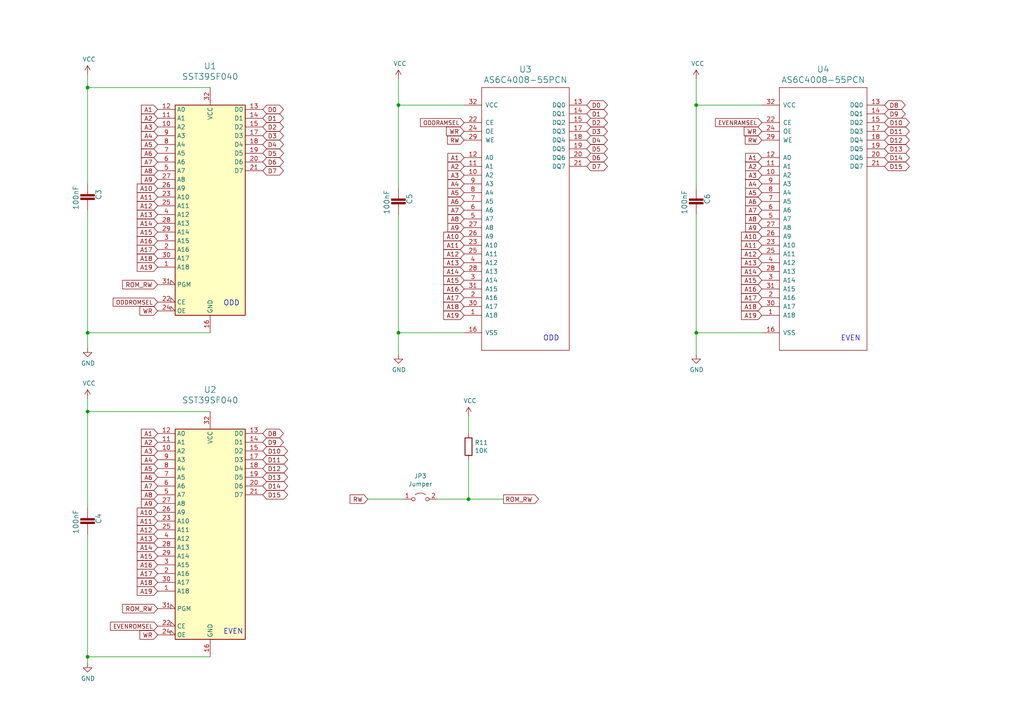
<source format=kicad_sch>
(kicad_sch (version 20230121) (generator eeschema)
  (paper "A4")
  (title_block (title "ROSCO_M68K CLASSIC MC68020 EDITION") (date "2023-12-10") (rev "1.0") (company "The Really Old-School Company Limited") (comment 1 "OSHWA UK000006 (https://certification.oshwa.org/uk000006.html)") (comment 2 "See https://github.com/roscopeco/rosco_m68k/blob/master/LICENCE.hardware.txt") (comment 3 "Open Source Hardware licenced under CERN Open Hardware Licence") (comment 4 "Copyright 2019-2023 Ross Bamford and Contributors"))
  (lib_symbols
    (symbol "Device:R" (pin_numbers hide) (pin_names (offset 0))
      (property "Reference" "R" (at 2.032 0 90))
      (property "Value" "R" (at 0 0 90))
      (symbol "R_0_1"
        (rectangle (start -1.016 -2.54) (end 1.016 2.54) (stroke (width 0.254)))
      )
      (symbol "R_1_1"
        (pin passive line (at 0 3.81 270) (length 1.27) (name "~") (number "1"))
        (pin passive line (at 0 -3.81 90) (length 1.27) (name "~") (number "2"))
      )
    )
    (symbol "Jumper:Jumper_2_Open" (pin_names (offset 0) hide)
      (property "Reference" "JP" (at 0 2.794 0))
      (property "Value" "Jumper_2_Open" (at 0 -2.286 0))
      (symbol "Jumper_2_Open_0_0"
        (circle (center -2.032 0) (radius 0.508))
        (circle (center 2.032 0) (radius 0.508))
      )
      (symbol "Jumper_2_Open_0_1"
        (arc (start 1.524 1.27) (mid 0 1.778) (end -1.524 1.27))
      )
      (symbol "Jumper_2_Open_1_1"
        (pin passive line (at -5.08 0 0) (length 2.54) (name "A") (number "1"))
        (pin passive line (at 5.08 0 180) (length 2.54) (name "B") (number "2"))
      )
    )
    (symbol "Memory_Flash:SST39SF040"
      (property "Reference" "U" (at 2.54 33.02 0))
      (property "Value" "SST39SF040" (at 0 -30.48 0))
      (symbol "SST39SF040_0_0"
        (pin power_in line (at 0 -34.29 90) (length 5.08) (name "GND") (number "16"))
        (pin power_in line (at 0 36.83 270) (length 5.08) (name "VCC") (number "32"))
      )
      (symbol "SST39SF040_0_1"
        (rectangle (start -10.16 31.75) (end 10.16 -29.21) (stroke (width 0.254)) (fill (type background)))
      )
      (symbol "SST39SF040_1_1"
        (pin input line (at -15.24 -15.24 0) (length 5.08) (name "A18") (number "1"))
        (pin input line (at -15.24 25.4 0) (length 5.08) (name "A2") (number "10"))
        (pin input line (at -15.24 27.94 0) (length 5.08) (name "A1") (number "11"))
        (pin input line (at -15.24 30.48 0) (length 5.08) (name "A0") (number "12"))
        (pin tri_state line (at 15.24 30.48 180) (length 5.08) (name "D0") (number "13"))
        (pin tri_state line (at 15.24 27.94 180) (length 5.08) (name "D1") (number "14"))
        (pin tri_state line (at 15.24 25.4 180) (length 5.08) (name "D2") (number "15"))
        (pin tri_state line (at 15.24 22.86 180) (length 5.08) (name "D3") (number "17"))
        (pin tri_state line (at 15.24 20.32 180) (length 5.08) (name "D4") (number "18"))
        (pin tri_state line (at 15.24 17.78 180) (length 5.08) (name "D5") (number "19"))
        (pin input line (at -15.24 -10.16 0) (length 5.08) (name "A16") (number "2"))
        (pin tri_state line (at 15.24 15.24 180) (length 5.08) (name "D6") (number "20"))
        (pin tri_state line (at 15.24 12.7 180) (length 5.08) (name "D7") (number "21"))
        (pin input input_low (at -15.24 -25.4 0) (length 5.08) (name "CE") (number "22"))
        (pin input line (at -15.24 5.08 0) (length 5.08) (name "A10") (number "23"))
        (pin input input_low (at -15.24 -27.94 0) (length 5.08) (name "OE") (number "24"))
        (pin input line (at -15.24 2.54 0) (length 5.08) (name "A11") (number "25"))
        (pin input line (at -15.24 7.62 0) (length 5.08) (name "A9") (number "26"))
        (pin input line (at -15.24 10.16 0) (length 5.08) (name "A8") (number "27"))
        (pin input line (at -15.24 -2.54 0) (length 5.08) (name "A13") (number "28"))
        (pin input line (at -15.24 -5.08 0) (length 5.08) (name "A14") (number "29"))
        (pin input line (at -15.24 -7.62 0) (length 5.08) (name "A15") (number "3"))
        (pin input line (at -15.24 -12.7 0) (length 5.08) (name "A17") (number "30"))
        (pin input input_low (at -15.24 -20.32 0) (length 5.08) (name "PGM") (number "31"))
        (pin input line (at -15.24 0 0) (length 5.08) (name "A12") (number "4"))
        (pin input line (at -15.24 12.7 0) (length 5.08) (name "A7") (number "5"))
        (pin input line (at -15.24 15.24 0) (length 5.08) (name "A6") (number "6"))
        (pin input line (at -15.24 17.78 0) (length 5.08) (name "A5") (number "7"))
        (pin input line (at -15.24 20.32 0) (length 5.08) (name "A4") (number "8"))
        (pin input line (at -15.24 22.86 0) (length 5.08) (name "A3") (number "9"))
      )
    )
    (symbol "power:GND" (power) (pin_names (offset 0))
      (property "Value" "GND" (at 0 -3.81 0))
      (symbol "GND_0_1"
        (polyline (pts (xy 0 0) (xy 0 -1.27) (xy 1.27 -1.27) (xy 0 -2.54) (xy -1.27 -1.27) (xy 0 -1.27)))
      )
      (symbol "GND_1_1"
        (pin power_in line (at 0 0 270) (length 0) hide (name "GND") (number "1"))
      )
    )
    (symbol "power:VCC" (power) (pin_names (offset 0))
      (property "Value" "VCC" (at 0 3.81 0))
      (symbol "VCC_0_1"
        (polyline (pts (xy -0.762 1.27) (xy 0 2.54)))
        (polyline (pts (xy 0 0) (xy 0 2.54)))
        (polyline (pts (xy 0 2.54) (xy 0.762 1.27)))
      )
      (symbol "VCC_1_1"
        (pin power_in line (at 0 0 90) (length 0) hide (name "VCC") (number "1"))
      )
    )
    (symbol "rosco_m68k-eagle-import:AS6C4008-55PCN" (pin_names (offset 1.016))
      (property "Reference" "U" (at -4.7244 37.8714 0))
      (property "Value" "AS6C4008-55PCN" (at -7.3914 -43.688 0))
      (symbol "AS6C4008-55PCN_1_0"
        (polyline (pts (xy -12.7 -40.64) (xy 12.7 -40.64)))
        (polyline (pts (xy -12.7 35.56) (xy -12.7 -40.64)))
        (polyline (pts (xy 12.7 -40.64) (xy 12.7 35.56)))
        (polyline (pts (xy 12.7 35.56) (xy -12.7 35.56)))
        (pin input line (at -17.78 -30.48 0) (length 5.08) (name "A18") (number "1"))
        (pin input line (at -17.78 10.16 0) (length 5.08) (name "A2") (number "10"))
        (pin input line (at -17.78 12.7 0) (length 5.08) (name "A1") (number "11"))
        (pin input line (at -17.78 15.24 0) (length 5.08) (name "A0") (number "12"))
        (pin bidirectional line (at 17.78 30.48 180) (length 5.08) (name "DQ0") (number "13"))
        (pin bidirectional line (at 17.78 27.94 180) (length 5.08) (name "DQ1") (number "14"))
        (pin bidirectional line (at 17.78 25.4 180) (length 5.08) (name "DQ2") (number "15"))
        (pin power_in line (at -17.78 -35.56 0) (length 5.08) (name "VSS") (number "16"))
        (pin bidirectional line (at 17.78 22.86 180) (length 5.08) (name "DQ3") (number "17"))
        (pin bidirectional line (at 17.78 20.32 180) (length 5.08) (name "DQ4") (number "18"))
        (pin bidirectional line (at 17.78 17.78 180) (length 5.08) (name "DQ5") (number "19"))
        (pin input line (at -17.78 -25.4 0) (length 5.08) (name "A16") (number "2"))
        (pin bidirectional line (at 17.78 15.24 180) (length 5.08) (name "DQ6") (number "20"))
        (pin bidirectional line (at 17.78 12.7 180) (length 5.08) (name "DQ7") (number "21"))
        (pin input line (at -17.78 25.4 0) (length 5.08) (name "CE") (number "22"))
        (pin input line (at -17.78 -10.16 0) (length 5.08) (name "A10") (number "23"))
        (pin input line (at -17.78 22.86 0) (length 5.08) (name "OE") (number "24"))
        (pin input line (at -17.78 -12.7 0) (length 5.08) (name "A11") (number "25"))
        (pin input line (at -17.78 -7.62 0) (length 5.08) (name "A9") (number "26"))
        (pin input line (at -17.78 -5.08 0) (length 5.08) (name "A8") (number "27"))
        (pin input line (at -17.78 -17.78 0) (length 5.08) (name "A13") (number "28"))
        (pin input line (at -17.78 20.32 0) (length 5.08) (name "WE") (number "29"))
        (pin input line (at -17.78 -20.32 0) (length 5.08) (name "A14") (number "3"))
        (pin input line (at -17.78 -27.94 0) (length 5.08) (name "A17") (number "30"))
        (pin input line (at -17.78 -22.86 0) (length 5.08) (name "A15") (number "31"))
        (pin power_in line (at -17.78 30.48 0) (length 5.08) (name "VCC") (number "32"))
        (pin input line (at -17.78 -15.24 0) (length 5.08) (name "A12") (number "4"))
        (pin input line (at -17.78 -2.54 0) (length 5.08) (name "A7") (number "5"))
        (pin input line (at -17.78 0 0) (length 5.08) (name "A6") (number "6"))
        (pin input line (at -17.78 2.54 0) (length 5.08) (name "A5") (number "7"))
        (pin input line (at -17.78 5.08 0) (length 5.08) (name "A4") (number "8"))
        (pin input line (at -17.78 7.62 0) (length 5.08) (name "A3") (number "9"))
      )
    )
    (symbol "rosco_m68k-eagle-import:C2,5-3" (pin_names (offset 1.016))
      (property "Reference" "C" (at 1.524 0.381 0))
      (property "Value" "C2,5-3" (at 1.524 -4.699 0))
      (symbol "C2,5-3_1_0"
        (rectangle (start -2.032 -2.032) (end 2.032 -1.524) (fill (type outline)))
        (rectangle (start -2.032 -1.016) (end 2.032 -0.508) (fill (type outline)))
        (polyline (pts (xy 0 -2.54) (xy 0 -2.032)))
        (polyline (pts (xy 0 0) (xy 0 -0.508)))
        (pin passive line (at 0 2.54 270) (length 2.54) (name "1") (number "1"))
        (pin passive line (at 0 -5.08 90) (length 2.54) (name "2") (number "2"))
      )
    )
  )
  (junction (at 115.57 30.48))
  (junction (at 25.4 119.38))
  (junction (at 201.93 30.48))
  (junction (at 25.4 96.52))
  (junction (at 115.57 96.52))
  (junction (at 25.4 190.5))
  (junction (at 135.89 144.78))
  (junction (at 25.4 25.4))
  (junction (at 201.93 96.52))
  (wire (pts (xy 25.4 119.38) (xy 60.96 119.38)))
  (wire (pts (xy 25.4 190.5) (xy 25.4 192.405)))
  (wire (pts (xy 220.98 96.52) (xy 201.93 96.52)))
  (wire (pts (xy 25.4 60.96) (xy 25.4 96.52)))
  (wire (pts (xy 25.4 25.4) (xy 60.96 25.4)))
  (wire (pts (xy 60.96 96.52) (xy 25.4 96.52)))
  (wire (pts (xy 135.89 144.78) (xy 146.05 144.78)))
  (wire (pts (xy 115.57 22.86) (xy 115.57 30.48)))
  (wire (pts (xy 25.4 119.38) (xy 25.4 147.32)))
  (wire (pts (xy 135.89 120.65) (xy 135.89 125.73)))
  (wire (pts (xy 115.57 30.48) (xy 115.57 54.61)))
  (wire (pts (xy 201.93 22.86) (xy 201.93 30.48)))
  (wire (pts (xy 115.57 62.23) (xy 115.57 96.52)))
  (wire (pts (xy 134.62 96.52) (xy 115.57 96.52)))
  (wire (pts (xy 127 144.78) (xy 135.89 144.78)))
  (wire (pts (xy 134.62 30.48) (xy 115.57 30.48)))
  (wire (pts (xy 201.93 30.48) (xy 201.93 54.61)))
  (wire (pts (xy 60.96 190.5) (xy 25.4 190.5)))
  (wire (pts (xy 135.89 133.35) (xy 135.89 144.78)))
  (wire (pts (xy 201.93 62.23) (xy 201.93 96.52)))
  (wire (pts (xy 25.4 96.52) (xy 25.4 100.965)))
  (wire (pts (xy 25.4 25.4) (xy 25.4 53.34)))
  (wire (pts (xy 106.68 144.78) (xy 116.84 144.78)))
  (wire (pts (xy 25.4 154.94) (xy 25.4 190.5)))
  (wire (pts (xy 25.4 115.57) (xy 25.4 119.38)))
  (wire (pts (xy 220.98 30.48) (xy 201.93 30.48)))
  (wire (pts (xy 201.93 96.52) (xy 201.93 102.87)))
  (wire (pts (xy 25.4 21.59) (xy 25.4 25.4)))
  (wire (pts (xy 115.57 96.52) (xy 115.57 102.87)))
  (text "EVEN" (at 64.77 184.15 0) (effects (font (size 1.4986 1.4986)) (justify left bottom)))
  (text "ODD" (at 64.77 88.9 0) (effects (font (size 1.4986 1.4986)) (justify left bottom)))
  (text "EVEN" (at 243.84 99.06 0) (effects (font (size 1.4986 1.4986)) (justify left bottom)))
  (text "ODD" (at 157.48 99.06 0) (effects (font (size 1.4986 1.4986)) (justify left bottom)))
  (global_label "A5" (shape input) (at 220.98 55.88 180) (property "Intersheetrefs" "${INTERSHEET_REFS}" (effects hide)))
  (global_label "D15" (shape bidirectional) (at 256.54 48.26 0) (property "Intersheetrefs" "${INTERSHEET_REFS}" (effects hide)))
  (global_label "A18" (shape input) (at 45.72 168.91 180) (property "Intersheetrefs" "${INTERSHEET_REFS}" (effects hide)))
  (global_label "A3" (shape input) (at 220.98 50.8 180) (property "Intersheetrefs" "${INTERSHEET_REFS}" (effects hide)))
  (global_label "A15" (shape input) (at 220.98 81.28 180) (property "Intersheetrefs" "${INTERSHEET_REFS}" (effects hide)))
  (global_label "A1" (shape input) (at 45.72 31.75 180) (property "Intersheetrefs" "${INTERSHEET_REFS}" (effects hide)))
  (global_label "D15" (shape bidirectional) (at 76.2 143.51 0) (property "Intersheetrefs" "${INTERSHEET_REFS}" (effects hide)))
  (global_label "A18" (shape input) (at 45.72 74.93 180) (property "Intersheetrefs" "${INTERSHEET_REFS}" (effects hide)))
  (global_label "D14" (shape bidirectional) (at 256.54 45.72 0) (property "Intersheetrefs" "${INTERSHEET_REFS}" (effects hide)))
  (global_label "A17" (shape input) (at 220.98 86.36 180) (property "Intersheetrefs" "${INTERSHEET_REFS}" (effects hide)))
  (global_label "A19" (shape input) (at 220.98 91.44 180) (property "Intersheetrefs" "${INTERSHEET_REFS}" (effects hide)))
  (global_label "A8" (shape input) (at 45.72 49.53 180) (property "Intersheetrefs" "${INTERSHEET_REFS}" (effects hide)))
  (global_label "A6" (shape input) (at 45.72 138.43 180) (property "Intersheetrefs" "${INTERSHEET_REFS}" (effects hide)))
  (global_label "D8" (shape bidirectional) (at 256.54 30.48 0) (property "Intersheetrefs" "${INTERSHEET_REFS}" (effects hide)))
  (global_label "A4" (shape input) (at 45.72 133.35 180) (property "Intersheetrefs" "${INTERSHEET_REFS}" (effects hide)))
  (global_label "D2" (shape bidirectional) (at 76.2 36.83 0) (property "Intersheetrefs" "${INTERSHEET_REFS}" (effects hide)))
  (global_label "ROM_RW" (shape input) (at 45.72 82.55 180) (property "Intersheetrefs" "${INTERSHEET_REFS}" (effects hide)))
  (global_label "A19" (shape input) (at 45.72 171.45 180) (property "Intersheetrefs" "${INTERSHEET_REFS}" (effects hide)))
  (global_label "EVENROMSEL" (shape input) (at 45.72 181.61 180) (effects (font (size 1.1938 1.1938))) (property "Intersheetrefs" "${INTERSHEET_REFS}" (effects hide)))
  (global_label "D2" (shape bidirectional) (at 170.18 35.56 0) (property "Intersheetrefs" "${INTERSHEET_REFS}" (effects hide)))
  (global_label "A2" (shape input) (at 45.72 128.27 180) (property "Intersheetrefs" "${INTERSHEET_REFS}" (effects hide)))
  (global_label "A11" (shape input) (at 220.98 71.12 180) (property "Intersheetrefs" "${INTERSHEET_REFS}" (effects hide)))
  (global_label "ODDROMSEL" (shape input) (at 45.72 87.63 180) (effects (font (size 1.1938 1.1938))) (property "Intersheetrefs" "${INTERSHEET_REFS}" (effects hide)))
  (global_label "A14" (shape input) (at 134.62 78.74 180) (property "Intersheetrefs" "${INTERSHEET_REFS}" (effects hide)))
  (global_label "A13" (shape input) (at 45.72 156.21 180) (property "Intersheetrefs" "${INTERSHEET_REFS}" (effects hide)))
  (global_label "D4" (shape bidirectional) (at 170.18 40.64 0) (property "Intersheetrefs" "${INTERSHEET_REFS}" (effects hide)))
  (global_label "D9" (shape bidirectional) (at 256.54 33.02 0) (property "Intersheetrefs" "${INTERSHEET_REFS}" (effects hide)))
  (global_label "RW" (shape input) (at 106.68 144.78 180) (property "Intersheetrefs" "${INTERSHEET_REFS}" (effects hide)))
  (global_label "A12" (shape input) (at 220.98 73.66 180) (property "Intersheetrefs" "${INTERSHEET_REFS}" (effects hide)))
  (global_label "D5" (shape bidirectional) (at 76.2 44.45 0) (property "Intersheetrefs" "${INTERSHEET_REFS}" (effects hide)))
  (global_label "D0" (shape bidirectional) (at 170.18 30.48 0) (property "Intersheetrefs" "${INTERSHEET_REFS}" (effects hide)))
  (global_label "A14" (shape input) (at 220.98 78.74 180) (property "Intersheetrefs" "${INTERSHEET_REFS}" (effects hide)))
  (global_label "A5" (shape input) (at 134.62 55.88 180) (property "Intersheetrefs" "${INTERSHEET_REFS}" (effects hide)))
  (global_label "ODDRAMSEL" (shape input) (at 134.62 35.56 180) (effects (font (size 1.1938 1.1938))) (property "Intersheetrefs" "${INTERSHEET_REFS}" (effects hide)))
  (global_label "A17" (shape input) (at 45.72 72.39 180) (property "Intersheetrefs" "${INTERSHEET_REFS}" (effects hide)))
  (global_label "D12" (shape bidirectional) (at 76.2 135.89 0) (property "Intersheetrefs" "${INTERSHEET_REFS}" (effects hide)))
  (global_label "A15" (shape input) (at 45.72 161.29 180) (property "Intersheetrefs" "${INTERSHEET_REFS}" (effects hide)))
  (global_label "D11" (shape bidirectional) (at 256.54 38.1 0) (property "Intersheetrefs" "${INTERSHEET_REFS}" (effects hide)))
  (global_label "D3" (shape bidirectional) (at 170.18 38.1 0) (property "Intersheetrefs" "${INTERSHEET_REFS}" (effects hide)))
  (global_label "A7" (shape input) (at 45.72 140.97 180) (property "Intersheetrefs" "${INTERSHEET_REFS}" (effects hide)))
  (global_label "A1" (shape input) (at 220.98 45.72 180) (property "Intersheetrefs" "${INTERSHEET_REFS}" (effects hide)))
  (global_label "A2" (shape input) (at 134.62 48.26 180) (property "Intersheetrefs" "${INTERSHEET_REFS}" (effects hide)))
  (global_label "A18" (shape input) (at 220.98 88.9 180) (property "Intersheetrefs" "${INTERSHEET_REFS}" (effects hide)))
  (global_label "A14" (shape input) (at 45.72 64.77 180) (property "Intersheetrefs" "${INTERSHEET_REFS}" (effects hide)))
  (global_label "A2" (shape input) (at 45.72 34.29 180) (property "Intersheetrefs" "${INTERSHEET_REFS}" (effects hide)))
  (global_label "A15" (shape input) (at 45.72 67.31 180) (property "Intersheetrefs" "${INTERSHEET_REFS}" (effects hide)))
  (global_label "RW" (shape input) (at 220.98 40.64 180) (effects (font (size 1.1938 1.1938))) (property "Intersheetrefs" "${INTERSHEET_REFS}" (effects hide)))
  (global_label "A6" (shape input) (at 220.98 58.42 180) (property "Intersheetrefs" "${INTERSHEET_REFS}" (effects hide)))
  (global_label "A6" (shape input) (at 134.62 58.42 180) (property "Intersheetrefs" "${INTERSHEET_REFS}" (effects hide)))
  (global_label "A13" (shape input) (at 45.72 62.23 180) (property "Intersheetrefs" "${INTERSHEET_REFS}" (effects hide)))
  (global_label "A4" (shape input) (at 220.98 53.34 180) (property "Intersheetrefs" "${INTERSHEET_REFS}" (effects hide)))
  (global_label "A10" (shape input) (at 45.72 54.61 180) (property "Intersheetrefs" "${INTERSHEET_REFS}" (effects hide)))
  (global_label "A2" (shape input) (at 220.98 48.26 180) (property "Intersheetrefs" "${INTERSHEET_REFS}" (effects hide)))
  (global_label "A14" (shape input) (at 45.72 158.75 180) (property "Intersheetrefs" "${INTERSHEET_REFS}" (effects hide)))
  (global_label "A1" (shape input) (at 134.62 45.72 180) (property "Intersheetrefs" "${INTERSHEET_REFS}" (effects hide)))
  (global_label "D3" (shape bidirectional) (at 76.2 39.37 0) (property "Intersheetrefs" "${INTERSHEET_REFS}" (effects hide)))
  (global_label "ROM_RW" (shape input) (at 45.72 176.53 180) (property "Intersheetrefs" "${INTERSHEET_REFS}" (effects hide)))
  (global_label "A19" (shape input) (at 45.72 77.47 180) (property "Intersheetrefs" "${INTERSHEET_REFS}" (effects hide)))
  (global_label "D9" (shape bidirectional) (at 76.2 128.27 0) (property "Intersheetrefs" "${INTERSHEET_REFS}" (effects hide)))
  (global_label "A17" (shape input) (at 45.72 166.37 180) (property "Intersheetrefs" "${INTERSHEET_REFS}" (effects hide)))
  (global_label "D11" (shape bidirectional) (at 76.2 133.35 0) (property "Intersheetrefs" "${INTERSHEET_REFS}" (effects hide)))
  (global_label "A11" (shape input) (at 45.72 151.13 180) (property "Intersheetrefs" "${INTERSHEET_REFS}" (effects hide)))
  (global_label "A11" (shape input) (at 134.62 71.12 180) (property "Intersheetrefs" "${INTERSHEET_REFS}" (effects hide)))
  (global_label "A7" (shape input) (at 45.72 46.99 180) (property "Intersheetrefs" "${INTERSHEET_REFS}" (effects hide)))
  (global_label "A5" (shape input) (at 45.72 135.89 180) (property "Intersheetrefs" "${INTERSHEET_REFS}" (effects hide)))
  (global_label "A7" (shape input) (at 134.62 60.96 180) (property "Intersheetrefs" "${INTERSHEET_REFS}" (effects hide)))
  (global_label "D5" (shape bidirectional) (at 170.18 43.18 0) (property "Intersheetrefs" "${INTERSHEET_REFS}" (effects hide)))
  (global_label "WR" (shape input) (at 134.62 38.1 180) (property "Intersheetrefs" "${INTERSHEET_REFS}" (effects hide)))
  (global_label "D6" (shape bidirectional) (at 76.2 46.99 0) (property "Intersheetrefs" "${INTERSHEET_REFS}" (effects hide)))
  (global_label "D1" (shape bidirectional) (at 76.2 34.29 0) (property "Intersheetrefs" "${INTERSHEET_REFS}" (effects hide)))
  (global_label "A9" (shape input) (at 134.62 66.04 180) (property "Intersheetrefs" "${INTERSHEET_REFS}" (effects hide)))
  (global_label "A16" (shape input) (at 45.72 69.85 180) (property "Intersheetrefs" "${INTERSHEET_REFS}" (effects hide)))
  (global_label "A16" (shape input) (at 45.72 163.83 180) (property "Intersheetrefs" "${INTERSHEET_REFS}" (effects hide)))
  (global_label "A9" (shape input) (at 45.72 52.07 180) (property "Intersheetrefs" "${INTERSHEET_REFS}" (effects hide)))
  (global_label "D4" (shape bidirectional) (at 76.2 41.91 0) (property "Intersheetrefs" "${INTERSHEET_REFS}" (effects hide)))
  (global_label "A9" (shape input) (at 220.98 66.04 180) (property "Intersheetrefs" "${INTERSHEET_REFS}" (effects hide)))
  (global_label "A19" (shape input) (at 134.62 91.44 180) (property "Intersheetrefs" "${INTERSHEET_REFS}" (effects hide)))
  (global_label "A10" (shape input) (at 134.62 68.58 180) (property "Intersheetrefs" "${INTERSHEET_REFS}" (effects hide)))
  (global_label "A12" (shape input) (at 45.72 59.69 180) (property "Intersheetrefs" "${INTERSHEET_REFS}" (effects hide)))
  (global_label "A10" (shape input) (at 220.98 68.58 180) (property "Intersheetrefs" "${INTERSHEET_REFS}" (effects hide)))
  (global_label "A18" (shape input) (at 134.62 88.9 180) (property "Intersheetrefs" "${INTERSHEET_REFS}" (effects hide)))
  (global_label "EVENRAMSEL" (shape input) (at 220.98 35.56 180) (effects (font (size 1.1938 1.1938))) (property "Intersheetrefs" "${INTERSHEET_REFS}" (effects hide)))
  (global_label "A3" (shape input) (at 134.62 50.8 180) (property "Intersheetrefs" "${INTERSHEET_REFS}" (effects hide)))
  (global_label "D8" (shape bidirectional) (at 76.2 125.73 0) (property "Intersheetrefs" "${INTERSHEET_REFS}" (effects hide)))
  (global_label "A1" (shape input) (at 45.72 125.73 180) (property "Intersheetrefs" "${INTERSHEET_REFS}" (effects hide)))
  (global_label "A6" (shape input) (at 45.72 44.45 180) (property "Intersheetrefs" "${INTERSHEET_REFS}" (effects hide)))
  (global_label "WR" (shape input) (at 220.98 38.1 180) (property "Intersheetrefs" "${INTERSHEET_REFS}" (effects hide)))
  (global_label "WR" (shape input) (at 45.72 90.17 180) (property "Intersheetrefs" "${INTERSHEET_REFS}" (effects hide)))
  (global_label "D7" (shape bidirectional) (at 170.18 48.26 0) (property "Intersheetrefs" "${INTERSHEET_REFS}" (effects hide)))
  (global_label "A12" (shape input) (at 134.62 73.66 180) (property "Intersheetrefs" "${INTERSHEET_REFS}" (effects hide)))
  (global_label "A4" (shape input) (at 134.62 53.34 180) (property "Intersheetrefs" "${INTERSHEET_REFS}" (effects hide)))
  (global_label "D12" (shape bidirectional) (at 256.54 40.64 0) (property "Intersheetrefs" "${INTERSHEET_REFS}" (effects hide)))
  (global_label "A3" (shape input) (at 45.72 36.83 180) (property "Intersheetrefs" "${INTERSHEET_REFS}" (effects hide)))
  (global_label "A7" (shape input) (at 220.98 60.96 180) (property "Intersheetrefs" "${INTERSHEET_REFS}" (effects hide)))
  (global_label "A13" (shape input) (at 134.62 76.2 180) (property "Intersheetrefs" "${INTERSHEET_REFS}" (effects hide)))
  (global_label "A8" (shape input) (at 45.72 143.51 180) (property "Intersheetrefs" "${INTERSHEET_REFS}" (effects hide)))
  (global_label "A8" (shape input) (at 134.62 63.5 180) (property "Intersheetrefs" "${INTERSHEET_REFS}" (effects hide)))
  (global_label "A13" (shape input) (at 220.98 76.2 180) (property "Intersheetrefs" "${INTERSHEET_REFS}" (effects hide)))
  (global_label "D0" (shape bidirectional) (at 76.2 31.75 0) (property "Intersheetrefs" "${INTERSHEET_REFS}" (effects hide)))
  (global_label "A17" (shape input) (at 134.62 86.36 180) (property "Intersheetrefs" "${INTERSHEET_REFS}" (effects hide)))
  (global_label "A9" (shape input) (at 45.72 146.05 180) (property "Intersheetrefs" "${INTERSHEET_REFS}" (effects hide)))
  (global_label "D13" (shape bidirectional) (at 256.54 43.18 0) (property "Intersheetrefs" "${INTERSHEET_REFS}" (effects hide)))
  (global_label "D14" (shape bidirectional) (at 76.2 140.97 0) (property "Intersheetrefs" "${INTERSHEET_REFS}" (effects hide)))
  (global_label "D1" (shape bidirectional) (at 170.18 33.02 0) (property "Intersheetrefs" "${INTERSHEET_REFS}" (effects hide)))
  (global_label "A16" (shape input) (at 220.98 83.82 180) (property "Intersheetrefs" "${INTERSHEET_REFS}" (effects hide)))
  (global_label "A4" (shape input) (at 45.72 39.37 180) (property "Intersheetrefs" "${INTERSHEET_REFS}" (effects hide)))
  (global_label "A11" (shape input) (at 45.72 57.15 180) (property "Intersheetrefs" "${INTERSHEET_REFS}" (effects hide)))
  (global_label "RW" (shape input) (at 134.62 40.64 180) (effects (font (size 1.1938 1.1938))) (property "Intersheetrefs" "${INTERSHEET_REFS}" (effects hide)))
  (global_label "A8" (shape input) (at 220.98 63.5 180) (property "Intersheetrefs" "${INTERSHEET_REFS}" (effects hide)))
  (global_label "A15" (shape input) (at 134.62 81.28 180) (property "Intersheetrefs" "${INTERSHEET_REFS}" (effects hide)))
  (global_label "D10" (shape bidirectional) (at 256.54 35.56 0) (property "Intersheetrefs" "${INTERSHEET_REFS}" (effects hide)))
  (global_label "ROM_RW" (shape output) (at 146.05 144.78 0) (property "Intersheetrefs" "${INTERSHEET_REFS}" (effects hide)))
  (global_label "A3" (shape input) (at 45.72 130.81 180) (property "Intersheetrefs" "${INTERSHEET_REFS}" (effects hide)))
  (global_label "D10" (shape bidirectional) (at 76.2 130.81 0) (property "Intersheetrefs" "${INTERSHEET_REFS}" (effects hide)))
  (global_label "A12" (shape input) (at 45.72 153.67 180) (property "Intersheetrefs" "${INTERSHEET_REFS}" (effects hide)))
  (global_label "A5" (shape input) (at 45.72 41.91 180) (property "Intersheetrefs" "${INTERSHEET_REFS}" (effects hide)))
  (global_label "WR" (shape input) (at 45.72 184.15 180) (property "Intersheetrefs" "${INTERSHEET_REFS}" (effects hide)))
  (global_label "A16" (shape input) (at 134.62 83.82 180) (property "Intersheetrefs" "${INTERSHEET_REFS}" (effects hide)))
  (global_label "D13" (shape bidirectional) (at 76.2 138.43 0) (property "Intersheetrefs" "${INTERSHEET_REFS}" (effects hide)))
  (global_label "A10" (shape input) (at 45.72 148.59 180) (property "Intersheetrefs" "${INTERSHEET_REFS}" (effects hide)))
  (global_label "D6" (shape bidirectional) (at 170.18 45.72 0) (property "Intersheetrefs" "${INTERSHEET_REFS}" (effects hide)))
  (global_label "D7" (shape bidirectional) (at 76.2 49.53 0) (property "Intersheetrefs" "${INTERSHEET_REFS}" (effects hide)))
  (symbol (lib_id "power:VCC") (at 25.4 21.59 0) (unit 1)
    (property "Reference" "#PWR0103" (effects hide))
    (property "Value" "VCC" (at 25.8318 17.1958 0))
  )
  (symbol (lib_id "Memory_Flash:SST39SF040") (at 60.96 62.23 0) (unit 1)
    (property "Reference" "U1" (at 60.96 19.177 0) (effects (font (size 1.7526 1.7526))))
    (property "Value" "SST39SF040" (at 60.96 22.225 0) (effects (font (size 1.7526 1.7526))))
    (property "Footprint" "Package_DIP:DIP-32_W15.24mm_LongPads" (effects hide))
    (property "Datasheet" "http://ww1.microchip.com/downloads/en/DeviceDoc/25022B.pdf" (effects hide))
  )
  (symbol (lib_id "Memory_Flash:SST39SF040") (at 60.96 156.21 0) (unit 1)
    (property "Reference" "U2" (at 60.96 113.03 0) (effects (font (size 1.7526 1.7526))))
    (property "Value" "SST39SF040" (at 60.96 116.078 0) (effects (font (size 1.7526 1.7526))))
    (property "Footprint" "Package_DIP:DIP-32_W15.24mm_LongPads" (effects hide))
    (property "Datasheet" "http://ww1.microchip.com/downloads/en/DeviceDoc/25022B.pdf" (effects hide))
  )
  (symbol (lib_id "power:GND") (at 25.4 100.965 0) (unit 1)
    (property "Reference" "#PWR0104" (effects hide))
    (property "Value" "GND" (at 25.527 105.3592 0))
  )
  (symbol (lib_id "rosco_m68k-eagle-import:AS6C4008-55PCN") (at 152.4 60.96 0) (unit 1)
    (property "Reference" "U3" (at 152.4 20.1168 0) (effects (font (size 1.7526 1.7526))))
    (property "Value" "AS6C4008-55PCN" (at 152.4 23.1648 0) (effects (font (size 1.7526 1.7526))))
    (property "Footprint" "Package_DIP:DIP-32_W15.24mm_LongPads" (effects hide))
  )
  (symbol (lib_id "rosco_m68k-eagle-import:AS6C4008-55PCN") (at 238.76 60.96 0) (unit 1)
    (property "Reference" "U4" (at 238.76 20.1168 0) (effects (font (size 1.7526 1.7526))))
    (property "Value" "AS6C4008-55PCN" (at 238.76 23.1648 0) (effects (font (size 1.7526 1.7526))))
    (property "Footprint" "Package_DIP:DIP-32_W15.24mm_LongPads" (effects hide))
  )
  (symbol (lib_id "Jumper:Jumper_2_Open") (at 121.92 144.78 0) (unit 1)
    (property "Reference" "JP3" (at 121.92 138.0744 0))
    (property "Value" "Jumper" (at 121.92 140.3858 0))
    (property "Footprint" "rosco_m68k:1X02" (effects hide))
  )
  (symbol (lib_id "Device:R") (at 135.89 129.54 0) (unit 1)
    (property "Reference" "R11" (at 137.668 128.3716 0) (effects (justify left)))
    (property "Value" "10K" (at 137.668 130.683 0) (effects (justify left)))
    (property "Footprint" "rosco_m68k:0207_10" (effects hide))
  )
  (symbol (lib_id "power:VCC") (at 135.89 120.65 0) (unit 1)
    (property "Reference" "#PWR0114" (effects hide))
    (property "Value" "VCC" (at 136.3218 116.2558 0))
  )
  (symbol (lib_id "power:VCC") (at 25.4 115.57 0) (unit 1)
    (property "Reference" "#PWR0105" (effects hide))
    (property "Value" "VCC" (at 25.8318 111.1758 0))
  )
  (symbol (lib_id "rosco_m68k-eagle-import:C2,5-3") (at 25.4 149.86 0) (unit 1)
    (property "Reference" "C4" (at 29.464 152.019 90) (effects (font (size 1.4986 1.4986)) (justify left bottom)))
    (property "Value" "100nF" (at 22.86 154.94 90) (effects (font (size 1.4986 1.4986)) (justify left bottom)))
    (property "Footprint" "rosco_m68k:C2.5-3" (effects hide))
  )
  (symbol (lib_id "power:GND") (at 25.4 192.405 0) (unit 1)
    (property "Reference" "#PWR0106" (effects hide))
    (property "Value" "GND" (at 25.527 196.7992 0))
  )
  (symbol (lib_id "power:VCC") (at 115.57 22.86 0) (unit 1)
    (property "Reference" "#PWR0107" (effects hide))
    (property "Value" "VCC" (at 116.0018 18.4658 0))
  )
  (symbol (lib_id "rosco_m68k-eagle-import:C2,5-3") (at 115.57 57.15 0) (unit 1)
    (property "Reference" "C5" (at 119.634 59.309 90) (effects (font (size 1.4986 1.4986)) (justify left bottom)))
    (property "Value" "100nF" (at 113.03 62.23 90) (effects (font (size 1.4986 1.4986)) (justify left bottom)))
    (property "Footprint" "rosco_m68k:C2.5-3" (effects hide))
  )
  (symbol (lib_id "power:GND") (at 115.57 102.87 0) (unit 1)
    (property "Reference" "#PWR0110" (effects hide))
    (property "Value" "GND" (at 115.697 107.2642 0))
  )
  (symbol (lib_id "power:VCC") (at 201.93 22.86 0) (unit 1)
    (property "Reference" "#PWR0111" (effects hide))
    (property "Value" "VCC" (at 202.3618 18.4658 0))
  )
  (symbol (lib_id "rosco_m68k-eagle-import:C2,5-3") (at 201.93 57.15 0) (unit 1)
    (property "Reference" "C6" (at 205.994 59.309 90) (effects (font (size 1.4986 1.4986)) (justify left bottom)))
    (property "Value" "100nF" (at 199.39 62.23 90) (effects (font (size 1.4986 1.4986)) (justify left bottom)))
    (property "Footprint" "rosco_m68k:C2.5-3" (effects hide))
  )
  (symbol (lib_id "power:GND") (at 201.93 102.87 0) (unit 1)
    (property "Reference" "#PWR0112" (effects hide))
    (property "Value" "GND" (at 202.057 107.2642 0))
  )
  (symbol (lib_id "rosco_m68k-eagle-import:C2,5-3") (at 25.4 55.88 0) (unit 1)
    (property "Reference" "C3" (at 29.464 58.039 90) (effects (font (size 1.4986 1.4986)) (justify left bottom)))
    (property "Value" "100nF" (at 22.86 60.96 90) (effects (font (size 1.4986 1.4986)) (justify left bottom)))
    (property "Footprint" "rosco_m68k:C2.5-3" (effects hide))
  )
)
</source>
